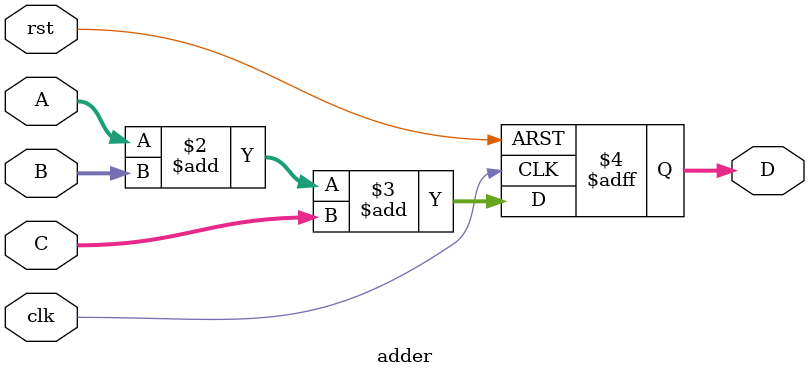
<source format=v>
`timescale 1ns / 1ps

module adder #
(
    parameter N = 16
)
(
    input                   clk,
    input                   rst,
    input       [N-1:0]     A,
    input       [N-1:0]     B,
    input       [N-1:0]     C,
    output reg  [N-1:0]     D
);

    always @ (posedge clk or posedge rst) begin
        if(rst) begin
            D = 0;
        end
        else begin
            D = A + B + C;
        end
    end

endmodule
</source>
